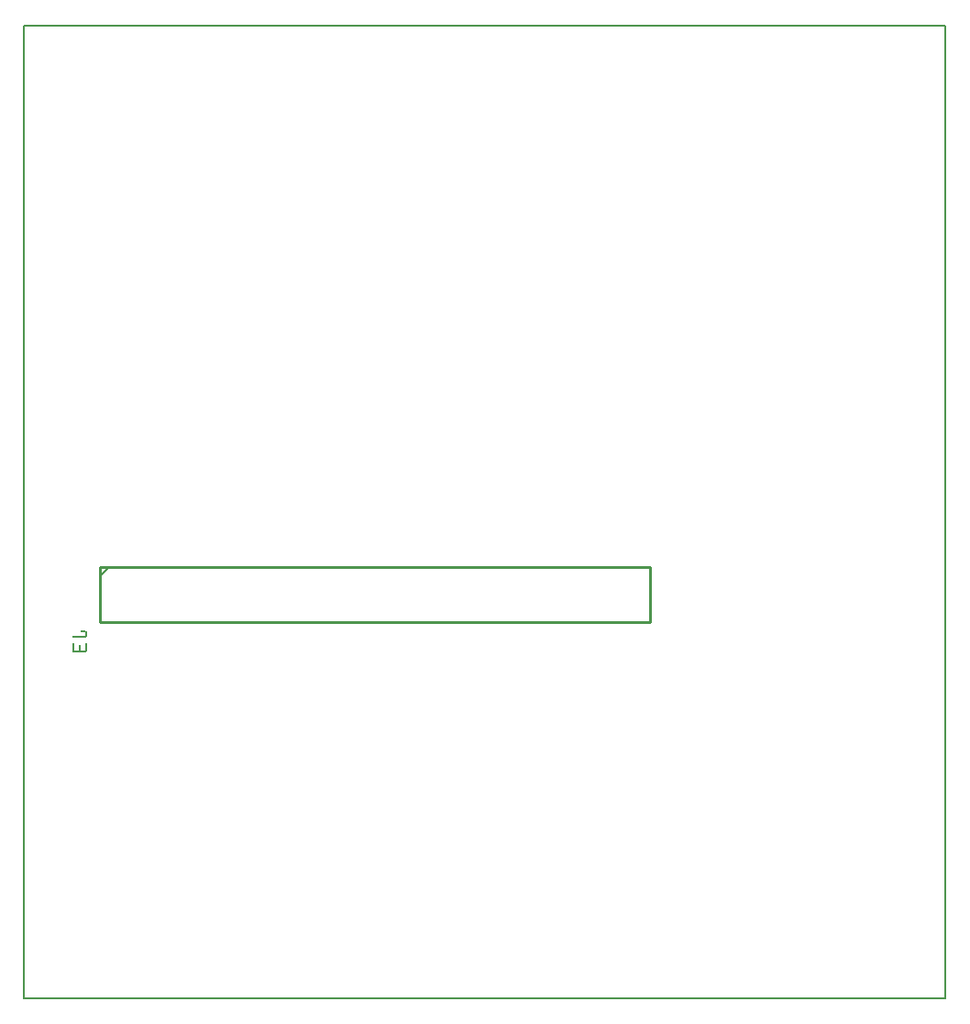
<source format=gbo>
G04 MADE WITH FRITZING*
G04 WWW.FRITZING.ORG*
G04 DOUBLE SIDED*
G04 HOLES PLATED*
G04 CONTOUR ON CENTER OF CONTOUR VECTOR*
%ASAXBY*%
%FSLAX23Y23*%
%MOIN*%
%OFA0B0*%
%SFA1.0B1.0*%
%ADD10R,3.358270X3.543310X3.342270X3.527310*%
%ADD11C,0.008000*%
%ADD12C,0.010000*%
%ADD13C,0.005000*%
%ADD14R,0.001000X0.001000*%
%LNSILK0*%
G90*
G70*
G54D11*
X4Y3539D02*
X3354Y3539D01*
X3354Y4D01*
X4Y4D01*
X4Y3539D01*
D02*
G54D12*
X279Y1572D02*
X2279Y1572D01*
D02*
X2279Y1572D02*
X2279Y1372D01*
D02*
X2279Y1372D02*
X279Y1372D01*
D02*
X279Y1372D02*
X279Y1572D01*
G54D13*
D02*
X314Y1572D02*
X279Y1537D01*
G54D14*
X210Y1341D02*
X225Y1341D01*
X209Y1340D02*
X227Y1340D01*
X208Y1339D02*
X228Y1339D01*
X208Y1338D02*
X229Y1338D01*
X208Y1337D02*
X230Y1337D01*
X209Y1336D02*
X231Y1336D01*
X210Y1335D02*
X231Y1335D01*
X224Y1334D02*
X231Y1334D01*
X225Y1333D02*
X232Y1333D01*
X226Y1332D02*
X232Y1332D01*
X226Y1331D02*
X232Y1331D01*
X226Y1330D02*
X232Y1330D01*
X226Y1329D02*
X232Y1329D01*
X226Y1328D02*
X232Y1328D01*
X226Y1327D02*
X232Y1327D01*
X226Y1326D02*
X232Y1326D01*
X226Y1325D02*
X232Y1325D01*
X226Y1324D02*
X232Y1324D01*
X225Y1323D02*
X232Y1323D01*
X225Y1322D02*
X232Y1322D01*
X223Y1321D02*
X231Y1321D01*
X180Y1320D02*
X231Y1320D01*
X179Y1319D02*
X230Y1319D01*
X179Y1318D02*
X230Y1318D01*
X179Y1317D02*
X229Y1317D01*
X179Y1316D02*
X228Y1316D01*
X180Y1315D02*
X226Y1315D01*
X182Y1314D02*
X223Y1314D01*
X180Y1294D02*
X184Y1294D01*
X227Y1294D02*
X231Y1294D01*
X179Y1293D02*
X184Y1293D01*
X226Y1293D02*
X231Y1293D01*
X179Y1292D02*
X185Y1292D01*
X226Y1292D02*
X232Y1292D01*
X179Y1291D02*
X185Y1291D01*
X226Y1291D02*
X232Y1291D01*
X179Y1290D02*
X185Y1290D01*
X226Y1290D02*
X232Y1290D01*
X179Y1289D02*
X185Y1289D01*
X226Y1289D02*
X232Y1289D01*
X179Y1288D02*
X185Y1288D01*
X205Y1288D02*
X205Y1288D01*
X226Y1288D02*
X232Y1288D01*
X179Y1287D02*
X185Y1287D01*
X203Y1287D02*
X207Y1287D01*
X226Y1287D02*
X232Y1287D01*
X179Y1286D02*
X185Y1286D01*
X203Y1286D02*
X208Y1286D01*
X226Y1286D02*
X232Y1286D01*
X179Y1285D02*
X185Y1285D01*
X202Y1285D02*
X208Y1285D01*
X226Y1285D02*
X232Y1285D01*
X179Y1284D02*
X185Y1284D01*
X202Y1284D02*
X208Y1284D01*
X226Y1284D02*
X232Y1284D01*
X179Y1283D02*
X185Y1283D01*
X202Y1283D02*
X208Y1283D01*
X226Y1283D02*
X232Y1283D01*
X179Y1282D02*
X185Y1282D01*
X202Y1282D02*
X208Y1282D01*
X226Y1282D02*
X232Y1282D01*
X179Y1281D02*
X185Y1281D01*
X202Y1281D02*
X208Y1281D01*
X226Y1281D02*
X232Y1281D01*
X179Y1280D02*
X185Y1280D01*
X202Y1280D02*
X208Y1280D01*
X226Y1280D02*
X232Y1280D01*
X179Y1279D02*
X185Y1279D01*
X202Y1279D02*
X208Y1279D01*
X226Y1279D02*
X232Y1279D01*
X179Y1278D02*
X185Y1278D01*
X202Y1278D02*
X208Y1278D01*
X226Y1278D02*
X232Y1278D01*
X179Y1277D02*
X185Y1277D01*
X202Y1277D02*
X208Y1277D01*
X226Y1277D02*
X232Y1277D01*
X179Y1276D02*
X185Y1276D01*
X202Y1276D02*
X208Y1276D01*
X226Y1276D02*
X232Y1276D01*
X179Y1275D02*
X185Y1275D01*
X202Y1275D02*
X208Y1275D01*
X226Y1275D02*
X232Y1275D01*
X179Y1274D02*
X185Y1274D01*
X202Y1274D02*
X208Y1274D01*
X226Y1274D02*
X232Y1274D01*
X179Y1273D02*
X185Y1273D01*
X202Y1273D02*
X208Y1273D01*
X226Y1273D02*
X232Y1273D01*
X179Y1272D02*
X185Y1272D01*
X202Y1272D02*
X208Y1272D01*
X226Y1272D02*
X232Y1272D01*
X179Y1271D02*
X185Y1271D01*
X202Y1271D02*
X208Y1271D01*
X226Y1271D02*
X232Y1271D01*
X179Y1270D02*
X185Y1270D01*
X202Y1270D02*
X208Y1270D01*
X226Y1270D02*
X232Y1270D01*
X179Y1269D02*
X185Y1269D01*
X202Y1269D02*
X209Y1269D01*
X226Y1269D02*
X232Y1269D01*
X179Y1268D02*
X185Y1268D01*
X201Y1268D02*
X210Y1268D01*
X226Y1268D02*
X232Y1268D01*
X179Y1267D02*
X232Y1267D01*
X179Y1266D02*
X232Y1266D01*
X179Y1265D02*
X231Y1265D01*
X180Y1264D02*
X231Y1264D01*
X180Y1263D02*
X230Y1263D01*
X181Y1262D02*
X203Y1262D01*
X207Y1262D02*
X229Y1262D01*
X183Y1261D02*
X201Y1261D01*
X209Y1261D02*
X228Y1261D01*
D02*
G04 End of Silk0*
M02*
</source>
